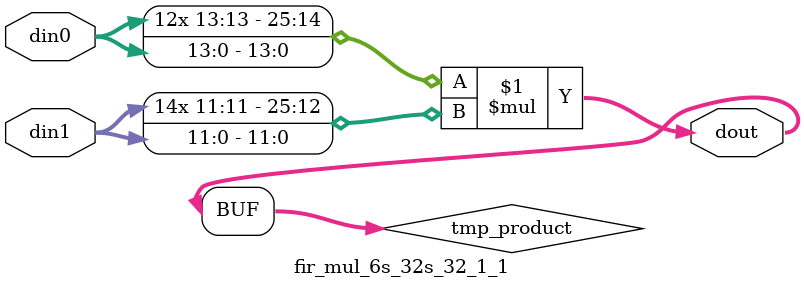
<source format=v>

`timescale 1 ns / 1 ps

  module fir_mul_6s_32s_32_1_1(din0, din1, dout);
parameter ID = 1;
parameter NUM_STAGE = 0;
parameter din0_WIDTH = 14;
parameter din1_WIDTH = 12;
parameter dout_WIDTH = 26;

input [din0_WIDTH - 1 : 0] din0; 
input [din1_WIDTH - 1 : 0] din1; 
output [dout_WIDTH - 1 : 0] dout;

wire signed [dout_WIDTH - 1 : 0] tmp_product;













assign tmp_product = $signed(din0) * $signed(din1);








assign dout = tmp_product;







endmodule

</source>
